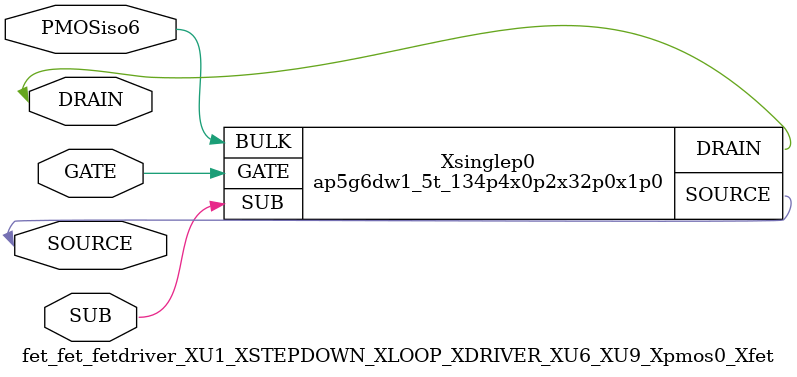
<source format=v>

module ap5g6dw1_5t_134p4x0p2x32p0x1p0 (DRAIN,GATE,SOURCE,BULK,SUB);
  input GATE;
  input BULK;
  input SUB;
  inout SOURCE;
  inout DRAIN;
endmodule

//Celera Confidential Do Not Copy fet_fet_fetdriver_XU1_XSTEPDOWN_XLOOP_XDRIVER_XU6_XU9_Xpmos0_Xfet
//Celera Confidential Symbol Generator
//power PMOS:Ron:4.000 Ohm
//Vgs 6V Vds 6V
//Kelvin:no

module fet_fet_fetdriver_XU1_XSTEPDOWN_XLOOP_XDRIVER_XU6_XU9_Xpmos0_Xfet (GATE,SOURCE,DRAIN,PMOSiso6,SUB);
input GATE;
inout SOURCE;
inout DRAIN;
input SUB;
input PMOSiso6;

//Celera Confidential Do Not Copy ap5g6dw1_5t_134p4x0p2x32p0x1p0
ap5g6dw1_5t_134p4x0p2x32p0x1p0 Xsinglep0(
.DRAIN (DRAIN),
.GATE (GATE),
.SOURCE (SOURCE),
.BULK (PMOSiso6),
.SUB (SUB)
);
//,diesize,ap5g6dw1_5t_134p4x0p2x32p0x1p0

//Celera Confidential Do Not Copy Module End
//Celera Schematic Generator
endmodule

</source>
